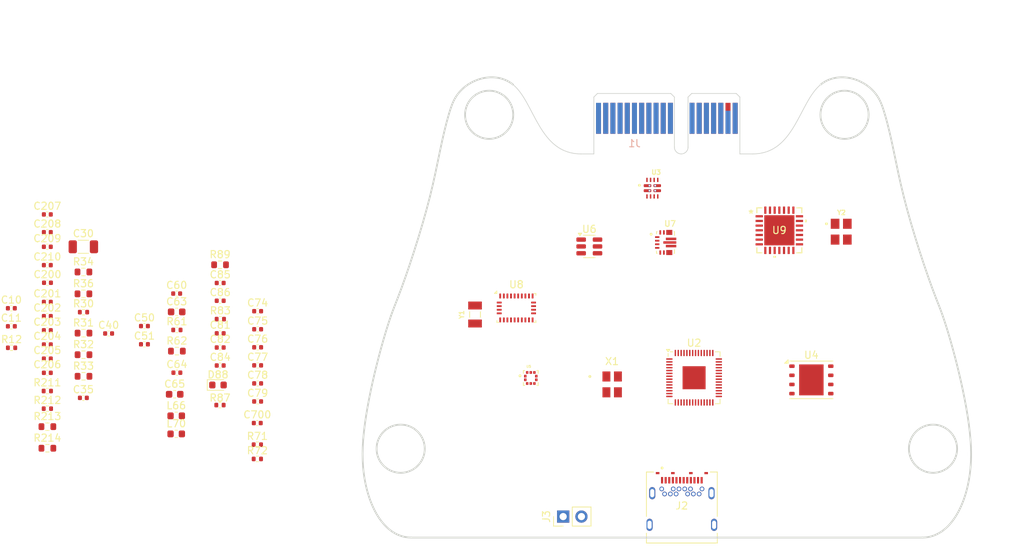
<source format=kicad_pcb>
(kicad_pcb (version 20240108) (generator "pcbnew") (generator_version "8.0")
  (layers (0 "F.Cu" signal) (31 "B.Cu" signal) (34 "B.Paste" user) (35 "F.Paste" user) (36 "B.SilkS" user "B.Silkscreen") (37 "F.SilkS" user "F.Silkscreen") (38 "B.Mask" user) (39 "F.Mask" user) (44 "Edge.Cuts" user))
  (net 0 "")
  (net 1 "CANL")
  (net 8 "CANH")
  (net 10 "CANINT")
  (net 12 "VBM")
  (net 16 "/XIN")
  (net 21 "Net-(U8-XOUT32)")
  (net 22 "BMPINT")
  (net 25 "Net-(U8-CAP)")
  (net 26 "BNORESET")
  (net 29 "BNOINT")
  (net 30 "Net-(U8-XIN32)")
  (net 33 "Net-(D88-A)")
  (net 38 "CS")
  (net 39 "CANSTBY")
  (net 40 "+3V3")
  (net 41 "SDA")
  (net 44 "GND")
  (net 46 "SCL")
  (net 48 "Net-(U2-USB_DP)")
  (net 50 "+1V1")
  (net 51 "UDB_D+")
  (net 53 "VBUS")
  (net 56 "Net-(C11-Pad1)")
  (net 61 "SI")
  (net 63 "SCK")
  (net 65 "SO")
  (net 66 "UDB_D-")
  (net 70 "/XOUT")
  (net 79 "/USB_D+")
  (net 80 "BOOT_LOAD")
  (net 85 "Net-(U3-ILIM)")
  (net 86 "Net-(U3-OV2)")
  (net 88 "vpre")
  (net 89 "Net-(U3-OV1)")
  (net 102 "tx")
  (net 104 "/QSPI_SS")
  (net 105 "/QSPI_SCLK")
  (net 106 "/QSPI_SD1")
  (net 107 "/QSPI_SD0")
  (net 108 "/QSPI_SD3")
  (net 109 "/QSPI_SD2")
  (net 110 "/~{USB_BOOT_S}")
  (net 111 "/USB_D-")
  (net 112 "Net-(U2-USB_DM)")
  (net 113 "Net-(U3-SS)")
  (net 114 "Net-(U6-FB)")
  (net 115 "+3.3V")
  (net 116 "Net-(U6-CB)")
  (net 117 "Net-(D88-K)")
  (net 122 "CANRESET")
  (net 124 "rx")
  (net 129 "Net-(U6-SW)")
  (net 130 "+5V")
  (net 131 "Net-(U7-L2)")
  (net 132 "Net-(U7-PG)")
  (net 133 "Net-(U7-L1)")
  (net 134 "Net-(U7-VAUX)")
  (net 135 "Net-(U7-EN)")
  (net 137 "Net-(Y2-Pad2)")
  (footprint "Capacitor_SMD:C_0402_1005Metric" (layer "F.Cu") (at 60.295 93.61)
    (property "Reference" "C203" (at 0 -1.16 0) (layer "F.SilkS"))
    (property "Value" "100n")
    (pad "1" smd roundrect (at -0.48 0) (size 0.56 0.62) (layers "F.Cu" "F.Paste" "F.Mask") (net 40 "+3V3"))
    (pad "2" smd roundrect (at 0.48 0) (size 0.56 0.62) (layers "F.Cu" "F.Paste" "F.Mask") (net 44 "GND"))
  )
  (footprint "Package_SON:WSON-8-1EP_6x5mm_P1.27mm_EP3.4x4.3mm" (layer "F.Cu") (at 166.5 100.5)
    (property "Reference" "U4" (at 0 -3.45 0) (layer "F.SilkS"))
    (property "Value" "W25Q128JVP")
    (pad "1" smd roundrect (at -2.7 -1.905) (size 0.75 0.5) (layers "F.Cu" "F.Paste" "F.Mask") (net 104 "/QSPI_SS"))
    (pad "2" smd roundrect (at -2.7 -0.635) (size 0.75 0.5) (layers "F.Cu" "F.Paste" "F.Mask") (net 106 "/QSPI_SD1"))
    (pad "3" smd roundrect (at -2.7 0.635) (size 0.75 0.5) (layers "F.Cu" "F.Paste" "F.Mask") (net 109 "/QSPI_SD2"))
    (pad "4" smd roundrect (at -2.7 1.905) (size 0.75 0.5) (layers "F.Cu" "F.Paste" "F.Mask") (net 44 "GND"))
    (pad "5" smd roundrect (at 2.7 1.905) (size 0.75 0.5) (layers "F.Cu" "F.Paste" "F.Mask") (net 107 "/QSPI_SD0"))
    (pad "6" smd roundrect (at 2.7 0.635) (size 0.75 0.5) (layers "F.Cu" "F.Paste" "F.Mask") (net 105 "/QSPI_SCLK"))
    (pad "7" smd roundrect (at 2.7 -0.635) (size 0.75 0.5) (layers "F.Cu" "F.Paste" "F.Mask") (net 108 "/QSPI_SD3"))
    (pad "8" smd roundrect (at 2.7 -1.905) (size 0.75 0.5) (layers "F.Cu" "F.Paste" "F.Mask") (net 40 "+3V3"))
    (pad "9" smd rect (at 0 0) (size 3.4 4.3) (property pad_prop_heatsink) (layers "F.Cu" "F.Mask"))
  )
  (footprint "Resistor_SMD:R_0402_1005Metric" (layer "F.Cu") (at 55.325 96.04)
    (property "Reference" "R12" (at 0 -1.17 0) (layer "F.SilkS"))
    (property "Value" "1k")
    (pad "1" smd roundrect (at -0.51 0) (size 0.54 0.64) (layers "F.Cu" "F.Paste" "F.Mask") (net 70 "/XOUT"))
    (pad "2" smd roundrect (at 0.51 0) (size 0.54 0.64) (layers "F.Cu" "F.Paste" "F.Mask") (net 56 "Net-(C11-Pad1)"))
  )
  (footprint "BMP388:PQFN50P200X200X80-10N" (layer "F.Cu") (at 127.5 100.235)
    (property "Reference" "U5" (at -0.284383 -1.605376 0) (layer "F.SilkS") (effects (font (size 0.320434 0.320434) (thickness 0.080109))))
    (property "Value" "BMP388")
    (pad "1" smd roundrect (at -0.765 -0.25) (size 0.35 0.38) (layers "F.Cu" "F.Paste" "F.Mask") (roundrect_rratio 0.045) (net 115 "+3.3V"))
    (pad "2" smd roundrect (at -0.765 0.25) (size 0.35 0.38) (layers "F.Cu" "F.Paste" "F.Mask") (roundrect_rratio 0.045) (net 46 "SCL"))
    (pad "3" smd roundrect (at -0.5 0.765) (size 0.35 0.38) (layers "F.Cu" "F.Paste" "F.Mask") (roundrect_rratio 0.045) (net 44 "GND"))
    (pad "4" smd roundrect (at 0 0.765) (size 0.35 0.38) (layers "F.Cu" "F.Paste" "F.Mask") (roundrect_rratio 0.045) (net 41 "SDA"))
    (pad "5" smd roundrect (at 0.5 0.765) (size 0.35 0.38) (layers "F.Cu" "F.Paste" "F.Mask") (roundrect_rratio 0.045) (net 44 "GND"))
    (pad "6" smd roundrect (at 0.765 0.25) (size 0.35 0.38) (layers "F.Cu" "F.Paste" "F.Mask") (roundrect_rratio 0.045) (net 115 "+3.3V"))
    (pad "7" smd roundrect (at 0.765 -0.25) (size 0.35 0.38) (layers "F.Cu" "F.Paste" "F.Mask") (roundrect_rratio 0.045) (net 22 "BMPINT"))
    (pad "8" smd roundrect (at 0.5 -0.765) (size 0.35 0.38) (layers "F.Cu" "F.Paste" "F.Mask") (roundrect_rratio 0.045) (net 44 "GND"))
    (pad "9" smd roundrect (at 0 -0.765) (size 0.35 0.38) (layers "F.Cu" "F.Paste" "F.Mask") (roundrect_rratio 0.045) (net 44 "GND"))
    (pad "10" smd roundrect (at -0.5 -0.765) (size 0.35 0.38) (layers "F.Cu" "F.Paste" "F.Mask") (roundrect_rratio 0.045) (net 115 "+3.3V"))
  )
  (footprint "Capacitor_SMD:C_0402_1005Metric" (layer "F.Cu") (at 60.295 77.5)
    (property "Reference" "C207" (at 0 -1.16 0) (layer "F.SilkS"))
    (property "Value" "100n")
    (pad "1" smd roundrect (at -0.48 0) (size 0.56 0.62) (layers "F.Cu" "F.Paste" "F.Mask") (net 50 "+1V1"))
    (pad "2" smd roundrect (at 0.48 0) (size 0.56 0.62) (layers "F.Cu" "F.Paste" "F.Mask") (net 44 "GND"))
  )
  (footprint "Capacitor_SMD:C_0402_1005Metric" (layer "F.Cu") (at 60.295 95.58)
    (property "Reference" "C204" (at 0 -1.16 0) (layer "F.SilkS"))
    (property "Value" "100n")
    (pad "1" smd roundrect (at -0.48 0) (size 0.56 0.62) (layers "F.Cu" "F.Paste" "F.Mask") (net 40 "+3V3"))
    (pad "2" smd roundrect (at 0.48 0) (size 0.56 0.62) (layers "F.Cu" "F.Paste" "F.Mask") (net 44 "GND"))
  )
  (footprint "Capacitor_SMD:C_0402_1005Metric" (layer "F.Cu") (at 84.325 98.5)
    (property "Reference" "C84" (at 0 -1.16 0) (layer "F.SilkS"))
    (property "Value" "1u")
    (pad "1" smd roundrect (at -0.48 0) (size 0.56 0.62) (layers "F.Cu" "F.Paste" "F.Mask") (net 44 "GND"))
    (pad "2" smd roundrect (at 0.48 0) (size 0.56 0.62) (layers "F.Cu" "F.Paste" "F.Mask") (net 25 "Net-(U8-CAP)"))
  )
  (footprint "X322516MLB4SI:OSC_X322516MLB4SI" (layer "F.Cu") (at 170.65 79.9)
    (property "Reference" "Y2" (at 0.032 -2.6564 0) (layer "F.SilkS") (effects (font (size 0.64 0.64))))
    (property "Value" "X322516MLB4SI")
    (pad "1" smd rect (at -0.85 -1.1) (size 1.2 1.4) (layers "F.Cu" "F.Paste" "F.Mask"))
    (pad "2" smd rect (at -0.85 1.1) (size 1.2 1.4) (layers "F.Cu" "F.Paste" "F.Mask") (net 137 "Net-(Y2-Pad2)"))
    (pad "3" smd rect (at 0.85 1.1) (size 1.2 1.4) (layers "F.Cu" "F.Paste" "F.Mask"))
    (pad "4" smd rect (at 0.85 -1.1) (size 1.2 1.4) (layers "F.Cu" "F.Paste" "F.Mask") (net 137 "Net-(Y2-Pad2)"))
  )
  (footprint "Capacitor_SMD:C_0402_1005Metric" (layer "F.Cu") (at 89.53 93.46)
    (property "Reference" "C75" (at 0 -1.16 0) (layer "F.SilkS"))
    (property "Value" "10uF")
    (pad "1" smd roundrect (at -0.48 0) (size 0.56 0.62) (layers "F.Cu" "F.Paste" "F.Mask") (net 88 "vpre"))
    (pad "2" smd roundrect (at 0.48 0) (size 0.56 0.62) (layers "F.Cu" "F.Paste" "F.Mask") (net 44 "GND"))
  )
  (footprint "TPS2121RUXR:IC_TPS2121RUXR" (layer "F.Cu") (at 144.4 73.85)
    (property "Reference" "U3" (at 0.532 -2.2064 0) (layer "F.SilkS") (effects (font (size 0.64 0.64))))
    (property "Value" "TPS2121RUXR")
    (pad "1" smd roundrect (at -0.675 -0.35) (size 1.05 0.4) (layers "F.Cu" "F.Paste") (net 88 "vpre"))
    (pad "1_1" thru_hole circle (at -0.4 -0.35) (size 0.3 0.3) (drill 0.2) (layers "*.Cu") (net 88 "vpre"))
    (pad "2" smd roundrect (at -0.675 0.35) (size 1.05 0.4) (layers "F.Cu" "F.Paste") (net 12 "VBM"))
    (pad "2_1" thru_hole circle (at -0.4 0.35) (size 0.3 0.3) (drill 0.2) (layers "*.Cu") (net 12 "VBM"))
    (pad "3" smd roundrect (at -0.75 1.15) (size 0.2 0.6) (layers "F.Cu" "F.Paste") (net 44 "GND"))
    (pad "4" smd roundrect (at -0.25 1.15) (size 0.2 0.6) (layers "F.Cu" "F.Paste") (net 86 "Net-(U3-OV2)"))
    (pad "5" smd roundrect (at 0.25 1.15) (size 0.2 0.6) (layers "F.Cu" "F.Paste") (net 89 "Net-(U3-OV1)"))
    (pad "6" smd roundrect (at 0.75 1.15) (size 0.2 0.6) (layers "F.Cu" "F.Paste") (net 44 "GND"))
    (pad "7" smd roundrect (at 0.675 0.35) (size 1.05 0.4) (layers "F.Cu" "F.Paste") (net 53 "VBUS"))
    (pad "7_1" thru_hole circle (at 0.4 0.35) (size 0.3 0.3) (drill 0.2) (layers "*.Cu") (net 53 "VBUS"))
    (pad "8" smd roundrect (at 0.675 -0.35) (size 1.05 0.4) (layers "F.Cu" "F.Paste") (net 88 "vpre"))
    (pad "8_1" thru_hole circle (at 0.4 -0.35) (size 0.3 0.3) (drill 0.2) (layers "*.Cu") (net 88 "vpre"))
    (pad "9" smd roundrect (at 0.75 -1.15) (size 0.2 0.6) (layers "F.Cu" "F.Paste") (net 44 "GND"))
    (pad "10" smd roundrect (at 0.25 -1.15) (size 0.2 0.6) (layers "F.Cu" "F.Paste") (net 85 "Net-(U3-ILIM)"))
    (pad "11" smd roundrect (at -0.25 -1.15) (size 0.2 0.6) (layers "F.Cu" "F.Paste") (net 113 "Net-(U3-SS)"))
    (pad "12" smd roundrect (at -0.75 -1.15) (size 0.2 0.6) (layers "F.Cu" "F.Paste") (net 44 "GND"))
  )
  (footprint "Capacitor_SMD:C_0402_1005Metric" (layer "F.Cu") (at 60.295 89.67)
    (property "Reference" "C201" (at 0 -1.16 0) (layer "F.SilkS"))
    (property "Value" "100n")
    (pad "1" smd roundrect (at -0.48 0) (size 0.56 0.62) (layers "F.Cu" "F.Paste" "F.Mask") (net 40 "+3V3"))
    (pad "2" smd roundrect (at 0.48 0) (size 0.56 0.62) (layers "F.Cu" "F.Paste" "F.Mask") (net 44 "GND"))
  )
  (footprint "TYPE-C-31-M-04:HRO_TYPE-C-31-M-04" (layer "F.Cu") (at 148.5 114.4475)
    (property "Reference" "J2" (at 0 3.5525 0) (layer "F.SilkS"))
    (property "Value" "TYPE-C-31-M-04")
    (pad "" np_thru_hole circle (at -3.6 0.56) (size 0.675 0.675) (drill 0.675) (layers "*.Cu" "*.Mask"))
    (pad "" np_thru_hole circle (at 3.75 0.56) (size 0.675 0.675) (drill 0.675) (layers "*.Cu" "*.Mask"))
    (pad "A1" smd rect (at -2.75 0) (size 0.3 0.9) (layers "F.Cu" "F.Paste" "F.Mask") (net 44 "GND"))
    (pad "A2" smd rect (at -2.25 0) (size 0.3 0.9) (layers "F.Cu" "F.Paste" "F.Mask"))
    (pad "A3" smd rect (at -1.75 0) (size 0.3 0.9) (layers "F.Cu" "F.Paste" "F.Mask"))
    (pad "A4" smd rect (at -1.25 0) (size 0.3 0.9) (layers "F.Cu" "F.Paste" "F.Mask") (net 53 "VBUS"))
    (pad "A5" smd rect (at -0.75 0) (size 0.3 0.9) (layers "F.Cu" "F.Paste" "F.Mask"))
    (pad "A6" smd rect (at -0.25 0) (size 0.3 0.9) (layers "F.Cu" "F.Paste" "F.Mask") (net 51 "UDB_D+"))
    (pad "A7" smd rect (at 0.25 0) (size 0.3 0.9) (layers "F.Cu" "F.Paste" "F.Mask") (net 66 "UDB_D-"))
    (pad "A8" smd rect (at 0.75 0) (size 0.3 0.9) (layers "F.Cu" "F.Paste" "F.Mask"))
    (pad "A9" smd rect (at 1.25 0) (size 0.3 0.9) (layers "F.Cu" "F.Paste" "F.Mask") (net 53 "VBUS"))
    (pad "A10" smd rect (at 1.75 0) (size 0.3 0.9) (layers "F.Cu" "F.Paste" "F.Mask"))
    (pad "A11" smd rect (at 2.25 0) (size 0.3 0.9) (layers "F.Cu" "F.Paste" "F.Mask"))
    (pad "A12" smd rect (at 2.75 0) (size 0.3 0.9) (layers "F.Cu" "F.Paste" "F.Mask") (net 44 "GND"))
    (pad "B1" thru_hole circle (at 2.8 1.21) (size 0.64 0.64) (drill 0.4) (layers "*.Cu" "*.Mask") (net 44 "GND"))
    (pad "B2" thru_hole circle (at 2.4 1.91) (size 0.64 0.64) (drill 0.4) (layers "*.Cu" "*.Mask"))
    (pad "B3" thru_hole circle (at 1.6 1.91) (size 0.64 0.64) (drill 0.4) (layers "*.Cu" "*.Mask"))
    (pad "B4" thru_hole circle (at 1.2 1.21) (size 0.64 0.64) (drill 0.4) (layers "*.Cu" "*.Mask") (net 53 "VBUS"))
    (pad "B5" thru_hole circle (at 0.8 1.91) (size 0.64 0.64) (drill 0.4) (layers "*.Cu" "*.Mask"))
    (pad "B6" thru_hole circle (at 0.4 1.21) (size 0.64 0.64) (drill 0.4) (layers "*.Cu" "*.Mask") (net 51 "UDB_D+"))
    (pad "B7" thru_hole circle (at -0.4 1.21) (size 0.64 0.64) (drill 0.4) (layers "*.Cu" "*.Mask") (net 66 "UDB_D-"))
    (pad "B8" thru_hole circle (at -0.8 1.91) (size 0.64 0.64) (drill 0.4) (layers "*.Cu" "*.Mask"))
    (pad "B9" thru_hole circle (at -1.2 1.21) (size 0.64 0.64) (drill 0.4) (layers "*.Cu" "*.Mask") (net 53 "VBUS"))
    (pad "B10" thru_hole circle (at -1.6 1.91) (size 0.64 0.64) (drill 0.4) (layers "*.Cu" "*.Mask"))
    (pad "B11" thru_hole circle (at -2.4 1.91) (size 0.64 0.64) (drill 0.4) (layers "*.Cu" "*.Mask"))
    (pad "B12" thru_hole circle (at -2.8 1.21) (size 0.64 0.64) (drill 0.4) (layers "*.Cu" "*.Mask") (net 44 "GND"))
    (pad "S1" smd rect (at -3.37 -0.99) (size 0.5 0.3) (layers "F.Cu" "F.Paste" "F.Mask") (net 44 "GND"))
    (pad "S2" smd rect (at -1.25 -0.99) (size 0.5 0.3) (layers "F.Cu" "F.Paste" "F.Mask") (net 44 "GND"))
    (pad "S3" smd rect (at 1.25 -0.99) (size 0.5 0.3) (layers "F.Cu" "F.Paste" "F.Mask") (net 44 "GND"))
    (pad "S4" smd rect (at 3.38 -0.99) (size 0.5 0.3) (layers "F.Cu" "F.Paste" "F.Mask") (net 44 "GND"))
    (pad "S5" thru_hole oval (at -4.12 1.8) (size 0.85 1.7) (drill oval 0.55 1.15) (layers "*.Cu" "*.Mask") (net 44 "GND"))
    (pad "S6" thru_hole oval (at 4.12 1.8) (size 0.85 1.7) (drill oval 0.55 1.15) (layers "*.Cu" "*.Mask") (net 44 "GND"))
    (pad "S7" thru_hole oval (at -4.49 6.2) (size 0.85 1.7) (drill oval 0.55 1.15) (layers "*.Cu" "*.Mask") (net 44 "GND"))
    (pad "S8" thru_hole oval (at 4.48 6.2) (size 0.85 1.7) (drill oval 0.55 1.15) (layers "*.Cu" "*.Mask") (net 44 "GND"))
  )
  (footprint "Capacitor_SMD:C_0402_1005Metric" (layer "F.Cu") (at 89.53 100.99)
    (property "Reference" "C78" (at 0 -1.16 0) (layer "F.SilkS"))
    (property "Value" "22u")
    (pad "1" smd roundrect (at -0.48 0) (size 0.56 0.62) (layers "F.Cu" "F.Paste" "F.Mask") (net 130 "+5V"))
    (pad "2" smd roundrect (at 0.48 0) (size 0.56 0.62) (layers "F.Cu" "F.Paste" "F.Mask") (net 44 "GND"))
  )
  (footprint "Resistor_SMD:R_0603_1608Metric" (layer "F.Cu") (at 65.325 97)
    (property "Reference" "R32" (at 0 -1.43 0) (layer "F.SilkS"))
    (property "Value" "5k")
    (pad "1" smd roundrect (at -0.825 0) (size 0.8 0.95) (layers "F.Cu" "F.Paste" "F.Mask") (net 89 "Net-(U3-OV1)"))
    (pad "2" smd roundrect (at 0.825 0) (size 0.8 0.95) (layers "F.Cu" "F.Paste" "F.Mask") (net 44 "GND"))
  )
  (footprint "Capacitor_SMD:C_0402_1005Metric" (layer "F.Cu") (at 84.325 89.5)
    (property "Reference" "C86" (at 0 -1.16 0) (layer "F.SilkS"))
    (property "Value" "22p")
    (pad "1" smd roundrect (at -0.48 0) (size 0.56 0.62) (layers "F.Cu" "F.Paste" "F.Mask") (net 44 "GND"))
    (pad "2" smd roundrect (at 0.48 0) (size 0.56 0.62) (layers "F.Cu" "F.Paste" "F.Mask") (net 30 "Net-(U8-XIN32)"))
  )
  (footprint "Resistor_SMD:R_0603_1608Metric" (layer "F.Cu") (at 65.325 94)
    (property "Reference" "R31" (at 0 -1.43 0) (layer "F.SilkS"))
    (property "Value" "23.7k")
    (pad "1" smd roundrect (at -0.825 0) (size 0.8 0.95) (layers "F.Cu" "F.Paste" "F.Mask") (net 53 "VBUS"))
    (pad "2" smd roundrect (at 0.825 0) (size 0.8 0.95) (layers "F.Cu" "F.Paste" "F.Mask") (net 89 "Net-(U3-OV1)"))
  )
  (footprint "Capacitor_SMD:C_0603_1608Metric" (layer "F.Cu") (at 78 102.5)
    (property "Reference" "C65" (at 0 -1.43 0) (layer "F.SilkS"))
    (property "Value" "10uF/25v")
    (pad "1" smd roundrect (at -0.775 0) (size 0.9 0.95) (layers "F.Cu" "F.Paste" "F.Mask") (net 115 "+3.3V"))
    (pad "2" smd roundrect (at 0.775 0) (size 0.9 0.95) (layers "F.Cu" "F.Paste" "F.Mask") (net 44 "GND"))
  )
  (footprint "MCP25625:QFN28_6X6MC_MCH" (layer "F.Cu") (at 162.050001 79.706)
    (property "Reference" "U9" (at 0 0 0) (layer "F.SilkS"))
    (property "Value" "MCP25625T-E/ML")
    (fp_text user "*" (at -3.937 -2.275 0) (layer "F.SilkS"))
    (fp_text user "*" (at -3.937 -2.275 0) (layer "F.SilkS"))
    (pad "1" smd rect (at -2.794 -1.950001 90) (size 0.3048 1.016) (layers "F.Cu" "F.Paste" "F.Mask") (net 38 "CS"))
    (pad "2" smd rect (at -2.794 -1.3 90) (size 0.3048 1.016) (layers "F.Cu" "F.Paste" "F.Mask") (net 122 "CANRESET"))
    (pad "3" smd rect (at -2.794 -0.649999 90) (size 0.3048 1.016) (layers "F.Cu" "F.Paste" "F.Mask") (net 115 "+3.3V"))
    (pad "4" smd rect (at -2.794 0 90) (size 0.3048 1.016) (layers "F.Cu" "F.Paste" "F.Mask") (net 102 "tx"))
    (pad "5" smd rect (at -2.794 0.649999 90) (size 0.3048 1.016) (layers "F.Cu" "F.Paste" "F.Mask") (net 124 "rx"))
    (pad "6" smd rect (at -2.794 1.3 90) (size 0.3048 1.016) (layers "F.Cu" "F.Paste" "F.Mask"))
    (pad "7" smd rect (at -2.794 1.949999 90) (size 0.3048 1.016) (layers "F.Cu" "F.Paste" "F.Mask"))
    (pad "8" smd rect (at -1.950001 2.794) (size 0.3048 1.016) (layers "F.Cu" "F.Paste" "F.Mask"))
    (pad "9" smd rect (at -1.3 2.794) (size 0.3048 1.016) (layers "F.Cu" "F.Paste" "F.Mask"))
    (pad "10" smd rect (at -0.650001 2.794) (size 0.3048 1.016) (layers "F.Cu" "F.Paste" "F.Mask") (net 124 "rx"))
    (pad "11" smd rect (at 0 2.794) (size 0.3048 1.016) (layers "F.Cu" "F.Paste" "F.Mask") (net 115 "+3.3V"))
    (pad "12" smd rect (at 0.649999 2.794) (size 0.3048 1.016) (layers "F.Cu" "F.Paste" "F.Mask") (net 1 "CANL"))
    (pad "13" smd rect (at 1.3 2.794) (size 0.3048 1.016) (layers "F.Cu" "F.Paste" "F.Mask") (net 8 "CANH"))
    (pad "14" smd rect (at 1.949999 2.794) (size 0.3048 1.016) (layers "F.Cu" "F.Paste" "F.Mask"))
    (pad "15" smd rect (at 2.794 1.950001 90) (size 0.3048 1.016) (layers "F.Cu" "F.Paste" "F.Mask") (net 39 "CANSTBY"))
    (pad "16" smd rect (at 2.794 1.3 90) (size 0.3048 1.016) (layers "F.Cu" "F.Paste" "F.Mask") (net 102 "tx"))
    (pad "17" smd rect (at 2.794 0.650001 90) (size 0.3048 1.016) (layers "F.Cu" "F.Paste" "F.Mask"))
    (pad "18" smd rect (at 2.794 0 90) (size 0.3048 1.016) (layers "F.Cu" "F.Paste" "F.Mask") (net 44 "GND"))
    (pad "19" smd rect (at 2.794 -0.649999 90) (size 0.3048 1.016) (layers "F.Cu" "F.Paste" "F.Mask") (net 130 "+5V"))
    (pad "20" smd rect (at 2.794 -1.3 90) (size 0.3048 1.016) (layers "F.Cu" "F.Paste" "F.Mask"))
    (pad "21" smd rect (at 2.794 -1.949999 90) (size 0.3048 1.016) (layers "F.Cu" "F.Paste" "F.Mask"))
    (pad "22" smd rect (at 1.950001 -2.794) (size 0.3048 1.016) (layers "F.Cu" "F.Paste" "F.Mask") (net 44 "GND"))
    (pad "23" smd rect (at 1.3 -2.794) (size 0.3048 1.016) (layers "F.Cu" "F.Paste" "F.Mask"))
    (pad "24" smd rect (at 0.650001 -2.794) (size 0.3048 1.016) (layers "F.Cu" "F.Paste" "F.Mask"))
    (pad "25" smd rect (at 0 -2.794) (size 0.3048 1.016) (layers "F.Cu" "F.Paste" "F.Mask") (net 10 "CANINT"))
    (pad "26" smd rect (at -0.649999 -2.794) (size 0.3048 1.016) (layers "F.Cu" "F.Paste" "F.Mask") (net 63 "SCK"))
    (pad "27" smd rect (at -1.3 -2.794) (size 0.3048 1.016) (layers "F.Cu" "F.Paste" "F.Mask") (net 61 "SI"))
    (pad "28" smd rect (at -1.949999 -2.794) (size 0.3048 1.016) (layers "F.Cu" "F.Paste" "F.Mask") (net 65 "SO"))
    (pad "29" smd rect (at 0 0) (size 4.191 4.191) (layers "F.Cu" "F.Paste" "F.Mask") (net 44 "GND"))
  )
  (footprint "Inductor_SMD:L_0603_1608Metric" (layer "F.Cu") (at 78.2125 108.01)
    (property "Reference" "L70" (at 0 -1.43 0) (layer "F.SilkS"))
    (property "Value" "1.5u")
    (pad "1" smd roundrect (at -0.7875 0) (size 0.875 0.95) (layers "F.Cu" "F.Paste" "F.Mask") (net 133 "Net-(U7-L1)"))
    (pad "2" smd roundrect (at 0.7875 0) (size 0.875 0.95) (layers "F.Cu" "F.Paste" "F.Mask") (net 131 "Net-(U7-L2)"))
  )
  (footprint "Capacitor_SMD:C_0402_1005Metric" (layer "F.Cu") (at 89.53 95.97)
    (property "Reference" "C76" (at 0 -1.16 0) (layer "F.SilkS"))
    (property "Value" "10uF")
    (pad "1" smd roundrect (at -0.48 0) (size 0.56 0.62) (layers "F.Cu" "F.Paste" "F.Mask") (net 88 "vpre"))
    (pad "2" smd roundrect (at 0.48 0) (size 0.56 0.62) (layers "F.Cu" "F.Paste" "F.Mask") (net 44 "GND"))
  )
  (footprint "Capacitor_SMD:C_0402_1005Metric" (layer "F.Cu") (at 55.295 90.54)
    (property "Reference" "C10" (at 0 -1.16 0) (layer "F.SilkS"))
    (property "Value" "15p")
    (pad "1" smd roundrect (at -0.48 0) (size 0.56 0.62) (layers "F.Cu" "F.Paste" "F.Mask") (net 16 "/XIN"))
    (pad "2" smd roundrect (at 0.48 0) (size 0.56 0.62) (layers "F.Cu" "F.Paste" "F.Mask") (net 44 "GND"))
  )
  (footprint "Capacitor_SMD:C_0402_1005Metric" (layer "F.Cu") (at 60.295 99.52)
    (property "Reference" "C206" (at 0 -1.16 0) (layer "F.SilkS"))
    (property "Value" "100n")
    (pad "1" smd roundrect (at -0.48 0) (size 0.56 0.62) (layers "F.Cu" "F.Paste" "F.Mask") (net 40 "+3V3"))
    (pad "2" smd roundrect (at 0.48 0) (size 0.56 0.62) (layers "F.Cu" "F.Paste" "F.Mask") (net 44 "GND"))
  )
  (footprint "LED_SMD:LED_0603_1608Metric" (layer "F.Cu") (at 84.0175 101.21)
    (property "Reference" "D88" (at 0 -1.43 0) (layer "F.SilkS"))
    (property "Value" "LED")
    (pad "1" smd roundrect (at -0.7875 0) (size 0.875 0.95) (layers "F.Cu" "F.Paste" "F.Mask") (net 117 "Net-(D88-K)"))
    (pad "2" smd roundrect (at 0.7875 0) (size 0.875 0.95) (layers "F.Cu" "F.Paste" "F.Mask") (net 33 "Net-(D88-A)"))
  )
  (footprint "Capacitor_SMD:C_0402_1005Metric" (layer "F.Cu") (at 60.295 79.97)
    (property "Reference" "C208" (at 0 -1.16 0) (layer "F.SilkS"))
    (property "Value" "100n")
    (pad "1" smd roundrect (at -0.48 0) (size 0.56 0.62) (layers "F.Cu" "F.Paste" "F.Mask") (net 50 "+1V1"))
    (pad "2" smd roundrect (at 0.48 0) (size 0.56 0.62) (layers "F.Cu" "F.Paste" "F.Mask") (net 44 "GND"))
  )
  (footprint "Capacitor_SMD:C_0402_1005Metric" (layer "F.Cu") (at 84.325 94.03)
    (property "Reference" "C81" (at 0 -1.16 0) (layer "F.SilkS"))
    (property "Value" "100n")
    (pad "1" smd roundrect (at -0.48 0) (size 0.56 0.62) (layers "F.Cu" "F.Paste" "F.Mask") (net 40 "+3V3"))
    (pad "2" smd roundrect (at 0.48 0) (size 0.56 0.62) (layers "F.Cu" "F.Paste" "F.Mask") (net 44 "GND"))
  )
  (footprint "Resistor_SMD:R_0402_1005Metric" (layer "F.Cu") (at 84.295 104)
    (property "Reference" "R87" (at 0 -1 0) (layer "F.SilkS"))
    (property "Value" "10k")
    (pad "1" smd roundrect (at -0.51 0) (size 0.54 0.64) (layers "F.Cu" "F.Paste" "F.Mask") (net 80 "BOOT_LOAD"))
    (pad "2" smd roundrect (at 0.51 0) (size 0.54 0.64) (layers "F.Cu" "F.Paste" "F.Mask") (net 40 "+3V3"))
  )
  (footprint "Resistor_SMD:R_0402_1005Metric" (layer "F.Cu") (at 78.305 93.56)
    (property "Reference" "R61" (at 0 -1.17 0) (layer "F.SilkS"))
    (property "Value" "100k")
    (pad "1" smd roundrect (at -0.51 0) (size 0.54 0.64) (layers "F.Cu" "F.Paste" "F.Mask") (net 115 "+3.3V"))
    (pad "2" smd roundrect (at 0.51 0) (size 0.54 0.64) (layers "F.Cu" "F.Paste" "F.Mask") (net 114 "Net-(U6-FB)"))
  )
  (footprint "Capacitor_SMD:C_1206_3216Metric" (layer "F.Cu") (at 65.305 82)
    (property "Reference" "C30" (at 0 -1.85 0) (layer "F.SilkS"))
    (property "Value" "100u")
    (pad "1" smd roundrect (at -1.475 0) (size 1.15 1.8) (layers "F.Cu" "F.Paste" "F.Mask") (roundrect_rratio 0.217391) (net 88 "vpre"))
    (pad "2" smd roundrect (at 1.475 0) (size 1.15 1.8) (layers "F.Cu" "F.Paste" "F.Mask") (roundrect_rratio 0.217391) (net 44 "GND"))
  )
  (footprint "Capacitor_SMD:C_0402_1005Metric" (layer "F.Cu") (at 55.295 93.05)
    (property "Reference" "C11" (at 0 -1.16 0) (layer "F.SilkS"))
    (property "Value" "15p")
    (pad "1" smd roundrect (at -0.48 0) (size 0.56 0.62) (layers "F.Cu" "F.Paste" "F.Mask") (net 56 "Net-(C11-Pad1)"))
    (pad "2" smd roundrect (at 0.48 0) (size 0.56 0.62) (layers "F.Cu" "F.Paste" "F.Mask") (net 44 "GND"))
  )
  (footprint "Capacitor_SMD:C_0603_1608Metric" (layer "F.Cu") (at 78.275 91.05)
    (property "Reference" "C63" (at 0 -1.43 0) (layer "F.SilkS"))
    (property "Value" "10uF/25v")
    (pad "1" smd roundrect (at -0.775 0) (size 0.9 0.95) (layers "F.Cu" "F.Paste" "F.Mask") (net 115 "+3.3V"))
    (pad "2" smd roundrect (at 0.775 0) (size 0.9 0.95) (layers "F.Cu" "F.Paste" "F.Mask") (net 44 "GND"))
  )
  (footprint "crystal:ABM8-272-T3_ABR" (layer "F.Cu") (at 138.8123 101.127)
    (property "Reference" "X1" (at -0.020001 -3.2 0) (layer "F.SilkS"))
    (property "Value" "ABM8-272-T3")
    (pad "1" smd rect (at -0.800001 -1.1) (size 1.1 1.4) (layers "F.Cu" "F.Paste" "F.Mask") (net 16 "/XIN"))
    (pad "2" smd rect (at -0.800001 1.1) (size 1.1 1.4) (layers "F.Cu" "F.Paste" "F.Mask") (net 44 "GND"))
    (pad "3" smd rect (at 0.800001 1.1) (size 1.1 1.4) (layers "F.Cu" "F.Paste" "F.Mask") (net 56 "Net-(C11-Pad1)"))
    (pad "4" smd rect (at 0.800001 -1.1) (size 1.1 1.4) (layers "F.Cu" "F.Paste" "F.Mask") (net 44 "GND"))
  )
  (footprint "Connector_PinHeader_2.54mm:PinHeader_1x02_P2.54mm_Vertical" (layer "F.Cu") (at 132 119.5 90)
    (property "Reference" "J3" (at 0 -2.33 90) (layer "F.SilkS"))
    (property "Value" "Conn_01x02")
    (pad "1" thru_hole rect (at 0 0 90) (size 1.7 1.7) (drill 1) (layers "*.Cu" "*.Mask") (net 110 "/~{USB_BOOT_S}"))
    (pad "2" thru_hole oval (at 0 2.54 90) (size 1.7 1.7) (drill 1) (layers "*.Cu" "*.Mask") (net 44 "GND"))
  )
  (footprint "Capacitor_SMD:C_0402_1005Metric" (layer "F.Cu") (at 84.325 96)
    (property "Reference" "C82" (at 0 -1.16 0) (layer "F.SilkS"))
    (property "Value" "100n")
    (pad "1" smd roundrect (at -0.48 0) (size 0.56 0.62) (layers "F.Cu" "F.Paste" "F.Mask") (net 44 "GND"))
    (pad "2" smd roundrect (at 0.48 0) (size 0.56 0.62) (layers "F.Cu" "F.Paste" "F.Mask") (net 40 "+3V3"))
  )
  (footprint "Resistor_SMD:R_0603_1608Metric" (layer "F.Cu") (at 60.305 107)
    (property "Reference" "R213" (at 0 -1.43 0) (layer "F.SilkS"))
    (property "Value" "27")
    (pad "1" smd roundrect (at -0.825 0) (size 0.8 0.95) (layers "F.Cu" "F.Paste" "F.Mask") (net 79 "/USB_D+"))
    (pad "2" smd roundrect (at 0.825 0) (size 0.8 0.95) (layers "F.Cu" "F.Paste" "F.Mask") (net 48 "Net-(U2-USB_DP)"))
  )
  (footprint "Capacitor_SMD:C_0402_1005Metric" (layer "F.Cu") (at 60.295 84.55)
    (property "Reference" "C210" (at 0 -1.16 0) (layer "F.SilkS"))
    (property "Value" "1u")
    (pad "1" smd roundrect (at -0.48 0) (size 0.56 0.62) (layers "F.Cu" "F.Paste" "F.Mask") (net 40 "+3V3"))
    (pad "2" smd roundrect (at 0.48 0) (size 0.56 0.62) (layers "F.Cu" "F.Paste" "F.Mask") (net 44 "GND"))
  )
  (footprint "Resistor_SMD:R_0603_1608Metric" (layer "F.Cu") (at 60.305 110)
    (property "Reference" "R214" (at 0 -1.43 0) (layer "F.SilkS"))
    (property "Value" "27")
    (pad "1" smd roundrect (at -0.825 0) (size 0.8 0.95) (layers "F.Cu" "F.Paste" "F.Mask") (net 111 "/USB_D-"))
    (pad "2" smd roundrect (at 0.825 0) (size 0.8 0.95) (layers "F.Cu" "F.Paste" "F.Mask") (net 112 "Net-(U2-USB_DM)"))
  )
  (footprint "Resistor_SMD:R_0402_1005Metric" (layer "F.Cu") (at 60.305 104.5)
    (property "Reference" "R212" (at 0 -1.17 0) (layer "F.SilkS"))
    (property "Value" "4.7k")
    (pad "1" smd roundrect (at -0.51 0) (size 0.54 0.64) (layers "F.Cu" "F.Paste" "F.Mask") (net 46 "SCL"))
    (pad "2" smd roundrect (at 0.51 0) (size 0.54 0.64) (layers "F.Cu" "F.Paste" "F.Mask") (net 40 "+3V3"))
  )
  (footprint "Capacitor_SMD:C_0402_1005Metric" (layer "F.Cu") (at 84.325 87.03)
    (property "Reference" "C85" (at 0 -1.16 0) (layer "F.SilkS"))
    (property "Value" "22p")
    (pad "1" smd roundrect (at -0.48 0) (size 0.56 0.62) (layers "F.Cu" "F.Paste" "F.Mask") (net 21 "Net-(U8-XOUT32)"))
    (pad "2" smd roundrect (at 0.48 0) (size 0.56 0.62) (layers "F.Cu" "F.Paste" "F.Mask") (net 44 "GND"))
  )
  (footprint "Resistor_SMD:R_0402_1005Metric" (layer "F.Cu") (at 89.49 111.49)
    (property "Reference" "R72" (at 0 -1.17 0) (layer "F.SilkS"))
    (property "Value" "100k")
    (pad "1" smd roundrect (at -0.51 0) (size 0.54 0.64) (layers "F.Cu" "F.Paste" "F.Mask") (net 132 "Net-(U7-PG)"))
    (pad "2" smd roundrect (at 0.51 0) (size 0.54 0.64) (layers "F.Cu" "F.Paste" "F.Mask") (net 130 "+5V"))
  )
  (footprint "Package_LGA:LGA-28_5.2x3.8mm_P0.5mm" (layer "F.Cu") (at 125.5 90.5)
    (property "Reference" "U8" (at 0 -3.25 0) (layer "F.SilkS"))
    (property "Value" "BNO055")
    (pad "1" smd rect (at -2.25 -1.6625) (size 0.254 0.675) (layers "F.Cu" "F.Paste" "F.Mask"))
    (pad "2" smd rect (at -2.3875 -0.75 90) (size 0.254 0.675) (layers "F.Cu" "F.Paste" "F.Mask") (net 44 "GND"))
    (pad "3" smd rect (at -2.3875 -0.25 90) (size 0.254 0.675) (layers "F.Cu" "F.Paste" "F.Mask") (net 40 "+3V3"))
    (pad "4" smd rect (at -2.3875 0.25 90) (size 0.254 0.675) (layers "F.Cu" "F.Paste" "F.Mask") (net 80 "BOOT_LOAD"))
    (pad "5" smd rect (at -2.3875 0.75 90) (size 0.254 0.675) (layers "F.Cu" "F.Paste" "F.Mask") (net 44 "GND"))
    (pad "6" smd rect (at -2.25 1.6625) (size 0.254 0.675) (layers "F.Cu" "F.Paste" "F.Mask") (net 44 "GND"))
    (pad "7" smd rect (at -1.75 1.6625) (size 0.254 0.675) (layers "F.Cu" "F.Paste" "F.Mask"))
    (pad "8" smd rect (at -1.25 1.6625) (size 0.254 0.675) (layers "F.Cu" "F.Paste" "F.Mask"))
    (pad "9" smd rect (at -0.75 1.6625) (size 0.254 0.675) (layers "F.Cu" "F.Paste" "F.Mask") (net 25 "Net-(U8-CAP)"))
    (pad "10" smd rect (at -0.25 1.6625) (size 0.254 0.675) (layers "F.Cu" "F.Paste" "F.Mask") (net 33 "Net-(D88-A)"))
    (pad "11" smd rect (at 0.25 1.6625) (size 0.254 0.675) (layers "F.Cu" "F.Paste" "F.Mask") (net 26 "BNORESET"))
    (pad "12" smd rect (at 0.75 1.6625) (size 0.254 0.675) (layers "F.Cu" "F.Paste" "F.Mask"))
    (pad "13" smd rect (at 1.25 1.6625) (size 0.254 0.675) (layers "F.Cu" "F.Paste" "F.Mask"))
    (pad "14" smd rect (at 1.75 1.6625) (size 0.254 0.675) (layers "F.Cu" "F.Paste" "F.Mask") (net 29 "BNOINT"))
    (pad "15" smd rect (at 2.25 1.6625) (size 0.254 0.675) (layers "F.Cu" "F.Paste" "F.Mask") (net 44 "GND"))
    (pad "16" smd rect (at 2.3875 0.75 90) (size 0.254 0.675) (layers "F.Cu" "F.Paste" "F.Mask") (net 44 "GND"))
    (pad "17" smd rect (at 2.3875 0.25 90) (size 0.254 0.675) (layers "F.Cu" "F.Paste" "F.Mask") (net 44 "GND"))
    (pad "18" smd rect (at 2.3875 -0.25 90) (size 0.254 0.675) (layers "F.Cu" "F.Paste" "F.Mask") (net 44 "GND"))
    (pad "19" smd rect (at 2.3875 -0.75 90) (size 0.254 0.675) (layers "F.Cu" "F.Paste" "F.Mask") (net 46 "SCL"))
    (pad "20" smd rect (at 2.25 -1.6625) (size 0.254 0.675) (layers "F.Cu" "F.Paste" "F.Mask") (net 41 "SDA"))
    (pad "21" smd rect (at 1.75 -1.6625) (size 0.254 0.675) (layers "F.Cu" "F.Paste" "F.Mask"))
    (pad "22" smd rect (at 1.25 -1.6625) (size 0.254 0.675) (layers "F.Cu" "F.Paste" "F.Mask"))
    (pad "23" smd rect (at 0.75 -1.6625) (size 0.254 0.675) (layers "F.Cu" "F.Paste" "F.Mask"))
    (pad "24" smd rect (at 0.25 -1.6625) (size 0.254 0.675) (layers "F.Cu" "F.Paste" "F.Mask"))
    (pad "25" smd rect (at -0.25 -1.6625) (size 0.254 0.675) (layers "F.Cu" "F.Paste" "F.Mask") (net 44 "GND"))
    (pad "26" smd rect (at -0.75 -1.6625) (size 0.254 0.675) (layers "F.Cu" "F.Paste" "F.Mask") (net 21 "Net-(U8-XOUT32)"))
    (pad "27" smd rect (at -1.25 -1.6625) (size 0.254 0.675) (layers "F.Cu" "F.Paste" "F.Mask") (net 30 "Net-(U8-XIN32)"))
    (pad "28" smd rect (at -1.75 -1.6625) (size 0.254 0.675) (layers "F.Cu" "F.Paste" "F.Mask") (net 40 "+3V3"))
  )
  (footprint "ABS07-32.768KHZ-T:XTAL_ABS07-32.768KHZ-T" (layer "F.Cu") (at 119.75 91.4125 90)
    (property "Reference" "Y1" (at -0.018 -1.8564 90) (layer "F.SilkS") (effects (font (size 0.64 0.64))))
    (property "Value" "ABS07-32.768KHZ-T")
    (pad "1" smd rect (at -1.25 0 90) (size 1.1 1.9) (layers "F.Cu" "F.Paste" "F.Mask") (net 21 "Net-(U8-XOUT32)"))
    (pad "2" smd rect (at 1.25 0 90) (size 1.1 1.9) (layers "F.Cu" "F.Paste" "F.Mask") (net 30 "Net-(U8-XIN32)"))
  )
  (footprint "Capacitor_SMD:C_0402_1005Metric" (layer "F.Cu") (at 60.295 97.55)
    (property "Reference" "C205" (at 0 -1.16 0) (layer "F.SilkS"))
    (property "Value" "100n")
    (pad "1" smd roundrect (at -0.48 0) (size 0.56 0.62) (layers "F.Cu" "F.Paste" "F.Mask") (net 40 "+3V3"))
    (pad "2" smd roundrect (at 0.48 0) (size 0.56 0.62) (layers "F.Cu" "F.Paste" "F.Mask") (net 44 "GND"))
  )
  (footprint "Package_DFN_QFN:QFN-56-1EP_7x7mm_P0.4mm_EP3.2x3.2mm" (layer "F.Cu") (at 150.2 100.2)
    (property "Reference" "U2" (at 0 -4.83 0) (layer "F.SilkS"))
    (property "Value" "RP2040")
    (pad "1" smd roundrect (at -3.4375 -2.6) (size 0.875 0.2) (layers "F.Cu" "F.Paste" "F.Mask") (net 40 "+3V3"))
    (pad "2" smd roundrect (at -3.4375 -2.2) (size 0.875 0.2) (layers "F.Cu" "F.Paste" "F.Mask") (net 41 "SDA"))
    (pad "3" smd roundrect (at -3.4375 -1.8) (size 0.875 0.2) (layers "F.Cu" "F.Paste" "F.Mask") (net 46 "SCL"))
    (pad "4" smd roundrect (at -3.4375 -1.4) (size 0.875 0.2) (layers "F.Cu" "F.Paste" "F.Mask"))
    (pad "5" smd roundrect (at -3.4375 -1) (size 0.875 0.2) (layers "F.Cu" "F.Paste" "F.Mask") (net 22 "BMPINT"))
    (pad "6" smd roundrect (at -3.4375 -0.6) (size 0.875 0.2) (layers "F.Cu" "F.Paste" "F.Mask"))
    (pad "7" smd roundrect (at -3.4375 -0.2) (size 0.875 0.2) (layers "F.Cu" "F.Paste" "F.Mask"))
    (pad "8" smd roundrect (at -3.4375 0.2) (size 0.875 0.2) (layers "F.Cu" "F.Paste" "F.Mask") (net 29 "BNOINT"))
    (pad "9" smd roundrect (at -3.4375 0.6) (size 0.875 0.2) (layers "F.Cu" "F.Paste" "F.Mask") (net 26 "BNORESET"))
    (pad "10" smd roundrect (at -3.4375 1) (size 0.875 0.2) (layers "F.Cu" "F.Paste" "F.Mask") (net 40 "+3V3"))
    (pad "11" smd roundrect (at -3.4375 1.4) (size 0.875 0.2) (layers "F.Cu" "F.Paste" "F.Mask") (net 80 "BOOT_LOAD"))
    (pad "12" smd roundrect (at -3.4375 1.8) (size 0.875 0.2) (layers "F.Cu" "F.Paste" "F.Mask"))
    (pad "13" smd roundrect (at -3.4375 2.2) (size 0.875 0.2) (layers "F.Cu" "F.Paste" "F.Mask"))
    (pad "14" smd roundrect (at -3.4375 2.6) (size 0.875 0.2) (layers "F.Cu" "F.Paste" "F.Mask") (net 61 "SI"))
    (pad "15" smd roundrect (at -2.6 3.4375) (size 0.2 0.875) (layers "F.Cu" "F.Paste" "F.Mask") (net 65 "SO"))
    (pad "16" smd roundrect (at -2.2 3.4375) (size 0.2 0.875) (layers "F.Cu" "F.Paste" "F.Mask") (net 38 "CS"))
    (pad "17" smd roundrect (at -1.8 3.4375) (size 0.2 0.875) (layers "F.Cu" "F.Paste" "F.Mask") (net 63 "SCK"))
    (pad "18" smd roundrect (at -1.4 3.4375) (size 0.2 0.875) (layers "F.Cu" "F.Paste" "F.Mask"))
    (pad "19" smd roundrect (at -1 3.4375) (size 0.2 0.875) (layers "F.Cu" "F.Paste" "F.Mask"))
    (pad "20" smd roundrect (at -0.6 3.4375) (size 0.2 0.875) (layers "F.Cu" "F.Paste" "F.Mask") (net 16 "/XIN"))
    (pad "21" smd roundrect (at -0.2 3.4375) (size 0.2 0.875) (layers "F.Cu" "F.Paste" "F.Mask") (net 70 "/XOUT"))
    (pad "22" smd roundrect (at 0.2 3.4375) (size 0.2 0.875) (layers "F.Cu" "F.Paste" "F.Mask") (net 40 "+3V3"))
    (pad "23" smd roundrect (at 0.6 3.4375) (size 0.2 0.875) (layers "F.Cu" "F.Paste" "F.Mask") (net 50 "+1V1"))
    (pad "24" smd roundrect (at 1 3.4375) (size 0.2 0.875) (layers "F.Cu" "F.Paste" "F.Mask"))
    (pad "25" smd roundrect (at 1.4 3.4375) (size 0.2 0.875) (layers "F.Cu" "F.Paste" "F.Mask"))
    (pad "26" smd roundrect (at 1.8 3.4375) (size 0.2 0.875) (layers "F.Cu" "F.Paste" "F.Mask"))
    (pad "27" smd roundrect (at 2.2 3.4375) (size 0.2 0.875) (layers "F.Cu" "F.Paste" "F.Mask") (net 39 "CANSTBY"))
    (pad "28" smd roundrect (at 2.6 3.4375) (size 0.2 0.875) (layers "F.Cu" "F.Paste" "F.Mask") (net 10 "CANINT"))
    (pad "29" smd roundrect (at 3.4375 2.6) (size 0.875 0.2) (layers "F.Cu" "F.Paste" "F.Mask"))
    (pad "30" smd roundrect (at 3.4375 2.2) (size 0.875 0.2) (layers "F.Cu" "F.Paste" "F.Mask"))
    (pad "31" smd roundrect (at 3.4375 1.8) (size 0.875 0.2) (layers "F.Cu" "F.Paste" "F.Mask"))
    (pad "32" smd roundrect (at 3.4375 1.4) (size 0.875 0.2) (layers "F.Cu" "F.Paste" "F.Mask"))
    (pad "33" smd roundrect (at 3.4375 1) (size 0.875 0.2) (layers "F.Cu" "F.Paste" "F.Mask") (net 40 "+3V3"))
    (pad "34" smd roundrect (at 3.4375 0.6) (size 0.875 0.2) (layers "F.Cu" "F.Paste" "F.Mask"))
    (pad "35" smd roundrect (at 3.4375 0.2) (size 0.875 0.2) (layers "F.Cu" "F.Paste" "F.Mask"))
    (pad "36" smd roundrect (at 3.4375 -0.2) (size 0.875 0.2) (layers "F.Cu" "F.Paste" "F.Mask"))
    (pad "37" smd roundrect (at 3.4375 -0.6) (size 0.875 0.2) (layers "F.Cu" "F.Paste" "F.Mask"))
    (pad "38" smd roundrect (at 3.4375 -1) (size 0.875 0.2) (layers "F.Cu" "F.Paste" "F.Mask"))
    (pad "39" smd roundrect (at 3.4375 -1.4) (size 0.875 0.2) (layers "F.Cu" "F.Paste" "F.Mask"))
    (pad "40" smd roundrect (at 3.4375 -1.8) (size 0.875 0.2) (layers "F.Cu" "F.Paste" "F.Mask"))
    (pad "41" smd roundrect (at 3.4375 -2.2) (size 0.875 0.2) (layers "F.Cu" "F.Paste" "F.Mask"))
    (pad "42" smd roundrect (at 3.4375 -2.6) (size 0.875 0.2) (layers "F.Cu" "F.Paste" "F.Mask") (net 40 "+3V3"))
    (pad "43" smd roundrect (at 2.6 -3.4375) (size 0.2 0.875) (layers "F.Cu" "F.Paste" "F.Mask") (net 40 "+3V3"))
    (pad "44" smd roundrect (at 2.2 -3.4375) (size 0.2 0.875) (layers "F.Cu" "F.Paste" "F.Mask") (net 40 "+3V3"))
    (pad "45" smd roundrect (at 1.8 -3.4375) (size 0.2 0.875) (layers "F.Cu" "F.Paste" "F.Mask") (net 50 "+1V1"))
    (pad "46" smd roundrect (at 1.4 -3.4375) (size 0.2 0.875) (layers "F.Cu" "F.Paste" "F.Mask") (net 112 "Net-(U2-USB_DM)"))
    (pad "47" smd roundrect (at 1 -3.4375) (size 0.2 0.875) (layers "F.Cu" "F.Paste" "F.Mask") (net 48 "Net-(U2-USB_DP)"))
    (pad "48" smd roundrect (at 0.6 -3.4375) (size 0.2 0.875) (layers "F.Cu" "F.Paste" "F.Mask") (net 40 "+3V3"))
    (pad "49" smd roundrect (at 0.2 -3.4375) (size 0.2 0.875) (layers "F.Cu" "F.Paste" "F.Mask") (net 40 "+3V3"))
    (pad "50" smd roundrect (at -0.2 -3.4375) (size 0.2 0.875) (layers "F.Cu" "F.Paste" "F.Mask") (net 50 "+1V1"))
    (pad "51" smd roundrect (at -0.6 -3.4375) (size 0.2 0.875) (layers "F.Cu" "F.Paste" "F.Mask"))
    (pad "52" smd roundrect (at -1 -3.4375) (size 0.2 0.875) (layers "F.Cu" "F.Paste" "F.Mask") (net 105 "/QSPI_SCLK"))
    (pad "53" smd roundrect (at -1.4 -3.4375) (size 0.2 0.875) (layers "F.Cu" "F.Paste" "F.Mask"))
    (pad "54" smd roundrect (at -1.8 -3.4375) (size 0.2 0.875) (layers "F.Cu" "F.Paste" "F.Mask"))
    (pad "55" smd roundrect (at -2.2 -3.4375) (size 0.2 0.875) (layers "F.Cu" "F.Paste" "F.Mask"))
    (pad "56" smd roundrect (at -2.6 -3.4375) (size 0.2 0.875) (layers "F.Cu" "F.Paste" "F.Mask") (net 104 "/QSPI_SS"))
    (pad "57" smd rect (at 0 0) (size 3.2 3.2) (property pad_prop_heatsink) (layers "F.Cu" "F.Mask") (net 44 "GND"))
  )
  (footprint "Capacitor_SMD:C_0402_1005Metric" (layer "F.Cu") (at 65.305 103)
    (property "Reference" "C35" (at 0 -1.16 0) (layer "F.SilkS"))
    (property "Value" "0.01u")
    (pad "1" smd roundrect (at -0.48 0) (size 0.56 0.62) (layers "F.Cu" "F.Paste" "F.Mask") (net 113 "Net-(U3-SS)"))
    (pad "2" smd roundrect (at 0.48 0) (size 0.56 0.62) (layers "F.Cu" "F.Paste" "F.Mask") (net 44 "GND"))
  )
  (footprint "Capacitor_SMD:C_0402_1005Metric" (layer "F.Cu") (at 89.53 90.95)
    (property "Reference" "C74" (at 0 -1.16 0) (layer "F.SilkS"))
    (property "Value" "10uF")
    (pad "1" smd roundrect (at -0.48 0) (size 0.56 0.62) (layers "F.Cu" "F.Paste" "F.Mask") (net 88 "vpre"))
    (pad "2" smd roundrect (at 0.48 0) (size 0.56 0.62) (layers "F.Cu" "F.Paste" "F.Mask") (net 44 "GND"))
  )
  (footprint "Inductor_SMD:L_0603_1608Metric" (layer "F.Cu") (at 78.2125 105.5)
    (property "Reference" "L66" (at 0 -1.43 0) (layer "F.SilkS"))
    (property "Value" "2.2u")
    (pad "1" smd roundrect (at -0.7875 0) (size 0.875 0.95) (layers "F.Cu" "F.Paste" "F.Mask") (net 129 "Net-(U6-SW)"))
    (pad "2" smd roundrect (at 0.7875 0) (size 0.875 0.95) (layers "F.Cu" "F.Paste" "F.Mask") (net 115 "+3.3V"))
  )
  (footprint "Capacitor_SMD:C_0402_1005Metric" (layer "F.Cu") (at 89.48 106.5)
    (property "Reference" "C700" (at 0 -1.16 0) (layer "F.SilkS"))
    (property "Value" "10u")
    (pad "1" smd roundrect (at -0.48 0) (size 0.56 0.62) (layers "F.Cu" "F.Paste" "F.Mask") (net 130 "+5V"))
    (pad "2" smd roundrect (at 0.48 0) (size 0.56 0.62) (layers "F.Cu" "F.Paste" "F.Mask") (net 44 "GND"))
  )
  (footprint "Resistor_SMD:R_0402_1005Metric" (layer "F.Cu") (at 89.49 109.5)
    (property "Reference" "R71" (at 0 -1.17 0) (layer "F.SilkS"))
    (property "Value" "10k")
    (pad "1" smd roundrect (at -0.51 0) (size 0.54 0.64) (layers "F.Cu" "F.Paste" "F.Mask") (net 88 "vpre"))
    (pad "2" smd roundrect (at 0.51 0) (size 0.54 0.64) (layers "F.Cu" "F.Paste" "F.Mask") (net 135 "Net-(U7-EN)"))
  )
  (footprint "Capacitor_SMD:C_0402_1005Metric" (layer "F.Cu") (at 78.305 99.5)
    (property "Reference" "C64" (at 0 -1.16 0) (layer "F.SilkS"))
    (property "Value" "2.2u")
    (pad "1" smd roundrect (at -0.48 0) (size 0.56 0.62) (layers "F.Cu" "F.Paste" "F.Mask") (net 88 "vpre"))
    (pad "2" smd roundrect (at 0.48 0) (size 0.56 0.62) (layers "F.Cu" "F.Paste" "F.Mask") (net 44 "GND"))
  )
  (footprint "Capacitor_SMD:C_0402_1005Metric" (layer "F.Cu") (at 73.795 93.02)
    (property "Reference" "C50" (at 0 -1.16 0) (layer "F.SilkS"))
    (property "Value" "100n")
    (pad "1" smd roundrect (at -0.48 0) (size 0.56 0.62) (layers "F.Cu" "F.Paste" "F.Mask") (net 115 "+3.3V"))
    (pad "2" smd roundrect (at 0.48 0) (size 0.56 0.62) (layers "F.Cu" "F.Paste" "F.Mask") (net 44 "GND"))
  )
  (footprint "Resistor_SMD:R_0402_1005Metric" (layer "F.Cu") (at 84.345 92.05)
    (property "Reference" "R83" (at 0 -1.17 0) (layer "F.SilkS"))
    (property "Value" "10k")
    (pad "1" smd roundrect (at -0.51 0) (size 0.54 0.64) (layers "F.Cu" "F.Paste" "F.Mask") (net 26 "BNORESET"))
    (pad "2" smd roundrect (at 0.51 0) (size 0.54 0.64) (layers "F.Cu" "F.Paste" "F.Mask") (net 40 "+3V3"))
  )
  (footprint "Resistor_SMD:R_0402_1005Metric" (layer "F.Cu") (at 65.325 91.08)
    (property "Reference" "R30" (at 0 -1.17 0) (layer "F.SilkS"))
    (property "Value" "1k")
    (pad "1" smd roundrect (at -0.51 0) (size 0.54 0.64) (layers "F.Cu" "F.Paste" "F.Mask") (net 104 "/QSPI_SS"))
    (pad "2" smd roundrect (at 0.51 0) (size 0.54 0.64) (layers "F.Cu" "F.Paste" "F.Mask") (net 110 "/~{USB_BOOT_S}"))
  )
  (footprint "Capacitor_SMD:C_0402_1005Metric" (layer "F.Cu") (at 89.53 98.48)
    (property "Reference" "C77" (at 0 -1.16 0) (layer "F.SilkS"))
    (property "Value" "22u")
    (pad "1" smd roundrect (at -0.48 0) (size 0.56 0.62) (layers "F.Cu" "F.Paste" "F.Mask") (net 130 "+5V"))
    (pad "2" smd roundrect (at 0.48 0) (size 0.56 0.62) (layers "F.Cu" "F.Paste" "F.Mask") (net 44 "GND"))
  )
  (footprint "Capacitor_SMD:C_0402_1005Metric" (layer "F.Cu") (at 68.815 94.05)
    (property "Reference" "C40" (at 0 -1.16 0) (layer "F.SilkS"))
    (property "Value" "100n")
    (pad "1" smd roundrect (at -0.48 0) (size 0.56 0.62) (layers "F.Cu" "F.Paste" "F.Mask") (net 40 "+3V3"))
    (pad "2" smd roundrect (at 0.48 0) (size 0.56 0.62) (layers "F.Cu" "F.Paste" "F.Mask") (net 44 "GND"))
  )
  (footprint "TPS63070RNMR:VREG_TPS63070RNMR" (layer "F.Cu") (at 146.225 81.4)
    (property "Reference" "U7" (at 0.64 -2.608 0) (layer "F.SilkS") (effects (font (size 0.8 0.8))))
    (property "Value" "TPS63070RNMR")
    (pad "1" smd roundrect (at -1.15 -0.75) (size 0.6 0.25) (layers "F.Cu" "F.Paste") (roundrect_rratio 0.025) (net 135 "Net-(U7-EN)"))
    (pad "2" smd roundrect (at -1.15 -0.25) (size 0.6 0.25) (layers "F.Cu" "F.Paste") (roundrect_rratio 0.025) (net 132 "Net-(U7-PG)"))
    (pad "3" smd roundrect (at -1.15 0.25) (size 0.6 0.25) (layers "F.Cu" "F.Paste") (roundrect_rratio 0.025) (net 134 "Net-(U7-VAUX)"))
    (pad "4" smd roundrect (at -1.15 0.75) (size 0.6 0.25) (layers "F.Cu" "F.Paste") (roundrect_rratio 0.025) (net 44 "GND"))
    (pad "5" smd roundrect (at -0.725 1.4) (size 0.25 0.6) (layers "F.Cu" "F.Paste") (roundrect_rratio 0.025) (net 130 "+5V"))
    (pad "6" smd roundrect (at -0.225 1.4) (size 0.25 0.6) (layers "F.Cu" "F.Paste") (roundrect_rratio 0.025) (net 44 "GND"))
    (pad "7_8" smd roundrect (at 0.525 1.4) (size 0.85 0.7) (layers "F.Cu") (roundrect_rratio 0.025) (net 130 "+5V"))
    (pad "9" smd roundrect (at 0.775 0.5) (size 1.45 0.35) (layers "F.Cu") (roundrect_rratio 0.025) (net 131 "Net-(U7-L2)"))
    (pad "10" smd roundrect (at 0.6 0) (size 1.8 0.35) (layers "F.Cu") (roundrect_rratio 0.025) (net 44 "GND"))
    (pad "11" smd roundrect (at 0.775 -0.5) (size 1.45 0.35) (layers "F.Cu") (roundrect_rratio 0.025) (net 133 "Net-(U7-L1)"))
    (pad "12_13" smd roundrect (at 0.525 -1.4) (size 0.85 0.7) (layers "F.Cu") (roundrect_rratio 0.025) (net 88 "vpre"))
    (pad "14" smd roundrect (at -0.225 -1.4) (size 0.25 0.6) (layers "F.Cu" "F.Paste") (roundrect_rratio 0.025) (net 135 "Net-(U7-EN)"))
    (pad "15" smd roundrect (at -0.725 -1.4) (size 0.25 0.6) (layers "F.Cu" "F.Paste") (roundrect_rratio 0.025) (net 44 "GND"))
  )
  (footprint "Capacitor_SMD:C_0402_1005Metric" (layer "F.Cu") (at 78.275 88.5)
    (property "Reference" "C60" (at 0 -1.16 0) (layer "F.SilkS"))
    (property "Value" "100n")
    (pad "1" smd roundrect (at -0.48 0) (size 0.56 0.62) (layers "F.Cu" "F.Paste" "F.Mask") (net 116 "Net-(U6-CB)"))
    (pad "2" smd roundrect (at 0.48 0) (size 0.56 0.62) (layers "F.Cu" "F.Paste" "F.Mask") (net 129 "Net-(U6-SW)"))
  )
  (footprint "Capacitor_SMD:C_0402_1005Metric" (layer "F.Cu") (at 60.295 91.64)
    (property "Reference" "C202" (at 0 -1.16 0) (layer "F.SilkS"))
    (property "Value" "100n")
    (pad "1" smd roundrect (at -0.48 0) (size 0.56 0.62) (layers "F.Cu" "F.Paste" "F.Mask") (net 40 "+3V3"))
    (pad "2" smd roundrect (at 0.48 0) (size 0.56 0.62) (layers "F.Cu" "F.Paste" "F.Mask") (net 44 "GND"))
  )
  (footprint "Resistor_SMD:R_0603_1608Metric" (layer "F.Cu") (at 65.315 85.5)
    (property "Reference" "R34" (at 0 -1.43 0) (layer "F.SilkS"))
    (property "Value" "5k")
    (pad "1" smd roundrect (at -0.825 0) (size 0.8 0.95) (layers "F.Cu" "F.Paste" "F.Mask") (net 86 "Net-(U3-OV2)"))
    (pad "2" smd roundrect (at 0.825 0) (size 0.8 0.95) (layers "F.Cu" "F.Paste" "F.Mask") (net 44 "GND"))
  )
  (footprint "Resistor_SMD:R_0603_1608Metric" (layer "F.Cu") (at 65.315 88.54)
    (property "Reference" "R36" (at 0 -1.43 0) (layer "F.SilkS"))
    (property "Value" "51.1k")
    (pad "1" smd roundrect (at -0.825 0) (size 0.8 0.95) (layers "F.Cu" "F.Paste" "F.Mask") (net 85 "Net-(U3-ILIM)"))
    (pad "2" smd roundrect (at 0.825 0) (size 0.8 0.95) (layers "F.Cu" "F.Paste" "F.Mask") (net 44 "GND"))
  )
  (footprint "Capacitor_SMD:C_0402_1005Metric" (layer "F.Cu") (at 73.795 95.55)
    (property "Reference" "C51" (at 0 -1.16 0) (layer "F.SilkS"))
    (property "Value" "100n")
    (pad "1" smd roundrect (at -0.48 0) (size 0.56 0.62) (layers "F.Cu" "F.Paste" "F.Mask") (net 115 "+3.3V"))
    (pad "2" smd roundrect (at 0.48 0) (size 0.56 0.62) (layers "F.Cu" "F.Paste" "F.Mask") (net 44 "GND"))
  )
  (footprint "Capacitor_SMD:C_0402_1005Metric" (layer "F.Cu") (at 60.315 87)
    (property "Reference" "C200" (at 0 -1.16 0) (layer "F.SilkS"))
    (property "Value" "100n")
    (pad "1" smd roundrect (at -0.48 0) (size 0.56 0.62) (layers "F.Cu" "F.Paste" "F.Mask") (net 40 "+3V3"))
    (pad "2" smd roundrect (at 0.48 0) (size 0.56 0.62) (layers "F.Cu" "F.Paste" "F.Mask") (net 44 "GND"))
  )
  (footprint "Resistor_SMD:R_0402_1005Metric" (layer "F.Cu") (at 60.295 102.05)
    (property "Reference" "R211" (at 0 -1.17 0) (layer "F.SilkS"))
    (property "Value" "4.7k")
    (pad "1" smd roundrect (at -0.51 0) (size 0.54 0.64) (layers "F.Cu" "F.Paste" "F.Mask") (net 40 "+3V3"))
    (pad "2" smd roundrect (at 0.51 0) (size 0.54 0.64) (layers "F.Cu" "F.Paste" "F.Mask") (net 41 "SDA"))
  )
  (footprint "Capacitor_SMD:C_0402_1005Metric" (layer "F.Cu") (at 60.295 82)
    (property "Reference" "C209" (at 0 -1.16 0) (layer "F.SilkS"))
    (property "Value" "1u")
    (pad "1" smd roundrect (at -0.48 0) (size 0.56 0.62) (layers "F.Cu" "F.Paste" "F.Mask") (net 50 "+1V1"))
    (pad "2" smd roundrect (at 0.48 0) (size 0.56 0.62) (layers "F.Cu" "F.Paste" "F.Mask") (net 44 "GND"))
  )
  (footprint "Package_TO_SOT_SMD:SOT-23-6" (layer "F.Cu") (at 135.6375 81.95)
    (property "Reference" "U6" (at 0 -2.4 0) (layer "F.SilkS"))
    (property "Value" "LMR51430 1.1k FPWM")
    (pad "1" smd roundrect (at -1.1375 -0.95) (size 1.325 0.6) (layers "F.Cu" "F.Paste" "F.Mask") (net 44 "GND"))
    (pad "2" smd roundrect (at -1.1375 0) (size 1.325 0.6) (layers "F.Cu" "F.Paste" "F.Mask") (net 129 "Net-(U6-SW)"))
    (pad "3" smd roundrect (at -1.1375 0.95) (size 1.325 0.6) (layers "F.Cu" "F.Paste" "F.Mask") (net 88 "vpre"))
    (pad "4" smd roundrect (at 1.1375 0.95) (size 1.325 0.6) (layers "F.Cu" "F.Paste" "F.Mask") (net 114 "Net-(U6-FB)"))
    (pad "5" smd roundrect (at 1.1375 0) (size 1.325 0.6) (layers "F.Cu" "F.Paste" "F.Mask") (net 88 "vpre"))
    (pad "6" smd roundrect (at 1.1375 -0.95) (size 1.325 0.6) (layers "F.Cu" "F.Paste" "F.Mask") (net 116 "Net-(U6-CB)"))
  )
  (footprint "Resistor_SMD:R_0603_1608Metric" (layer "F.Cu") (at 65.325 100)
    (property "Reference" "R33" (at 0 -1.43 0) (layer "F.SilkS"))
    (property "Value" "23.7k")
    (pad "1" smd roundrect (at -0.825 0) (size 0.8 0.95) (layers "F.Cu" "F.Paste" "F.Mask") (net 12 "VBM"))
    (pad "2" smd roundrect (at 0.825 0) (size 0.8 0.95) (layers "F.Cu" "F.Paste" "F.Mask") (net 86 "Net-(U3-OV2)"))
  )
  (footprint "Capacitor_SMD:C_0402_1005Metric" (layer "F.Cu") (at 89.53 103.5)
    (property "Reference" "C79" (at 0 -1.16 0) (layer "F.SilkS"))
    (property "Value" "22u")
    (pad "1" smd roundrect (at -0.48 0) (size 0.56 0.62) (layers "F.Cu" "F.Paste" "F.Mask") (net 130 "+5V"))
    (pad "2" smd roundrect (at 0.48 0) (size 0.56 0.62) (layers "F.Cu" "F.Paste" "F.Mask") (net 44 "GND"))
  )
  (footprint "Resistor_SMD:R_0603_1608Metric" (layer "F.Cu") (at 84.305 84.5)
    (property "Reference" "R89" (at 0 -1.43 0) (layer "F.SilkS"))
    (property "Value" "150")
    (pad "1" smd roundrect (at -0.825 0) (size 0.8 0.95) (layers "F.Cu" "F.Paste" "F.Mask") (net 117 "Net-(D88-K)"))
    (pad "2" smd roundrect (at 0.825 0) (size 0.8 0.95) (layers "F.Cu" "F.Paste" "F.Mask") (net 44 "GND"))
  )
  (footprint "Resistor_SMD:R_0603_1608Metric" (layer "F.Cu") (at 78.305 96.5)
    (property "Reference" "R62" (at 0 -1.43 0) (layer "F.SilkS"))
    (property "Value" "22.1k")
    (pad "1" smd roundrect (at -0.825 0) (size 0.8 0.95) (layers "F.Cu" "F.Paste" "F.Mask") (net 114 "Net-(U6-FB)"))
    (pad "2" smd roundrect (at 0.825 0) (size 0.8 0.95) (layers "F.Cu" "F.Paste" "F.Mask") (net 44 "GND"))
  )
  (footprint "Connector_PCBEdge:BUS_PCIexpress_x1" (layer "B.Cu") (at 136.913 64.138595)
    (property "Reference" "J1" (at 5 3.5 0) (layer "B.SilkS") (effects (justify mirror)))
    (property "Value" "Bus_PCI_Express_x1")
    (fp_line (start -0.65 -2.95) (end -0.65 4.95) (stroke (width 0.1)) (layer "Edge.Cuts"))
    (fp_line (start -0.15 -3.45) (end -0.65 -2.95) (stroke (width 0.1)) (layer "Edge.Cuts"))
    (fp_line (start 10.05 -3.45) (end -0.15 -3.45) (stroke (width 0.1)) (layer "Edge.Cuts"))
    (fp_line (start 10.05 -3.45) (end 10.55 -2.95) (stroke (width 0.1)) (layer "Edge.Cuts"))
    (fp_line (start 10.55 -2.95) (end 10.55 4) (stroke (width 0.1)) (layer "Edge.Cuts"))
    (fp_line (start 12.45 -2.95) (end 12.45 4) (stroke (width 0.1)) (layer "Edge.Cuts"))
    (fp_line (start 12.95 -3.45) (end 12.45 -2.95) (stroke (width 0.1)) (layer "Edge.Cuts"))
    (fp_line (start 19.15 -3.45) (end 12.95 -3.45) (stroke (width 0.1)) (layer "Edge.Cuts"))
    (fp_line (start 19.15 -3.45) (end 19.65 -2.95) (stroke (width 0.1)) (layer "Edge.Cuts"))
    (fp_line (start 19.65 -2.95) (end 19.65 4.95) (stroke (width 0.1)) (layer "Edge.Cuts"))
    (fp_arc (start 12.45 4) (mid 11.5 4.95) (end 10.55 4) (stroke (width 0.1)) (layer "Edge.Cuts"))
    (pad "A1" connect rect (at 0 0.55) (size 0.7 3.2) (layers "F.Cu" "F.Mask") (net 12 "VBM"))
    (pad "A2" connect rect (at 1 0) (size 0.7 4.3) (layers "F.Cu" "F.Mask") (net 12 "VBM"))
    (pad "A3" connect rect (at 2 0) (size 0.7 4.3) (layers "F.Cu" "F.Mask") (net 12 "VBM"))
    (pad "A4" connect rect (at 3 0) (size 0.7 4.3) (layers "F.Cu" "F.Mask"))
    (pad "A5" connect rect (at 4 0) (size 0.7 4.3) (layers "F.Cu" "F.Mask"))
    (pad "A6" connect rect (at 5 0) (size 0.7 4.3) (layers "F.Cu" "F.Mask"))
    (pad "A7" connect rect (at 6 0) (size 0.7 4.3) (layers "F.Cu" "F.Mask"))
    (pad "A8" connect rect (at 7 0) (size 0.7 4.3) (layers "F.Cu" "F.Mask") (net 1 "CANL"))
    (pad "A9" connect rect (at 8 0) (size 0.7 4.3) (layers "F.Cu" "F.Mask") (net 8 "CANH"))
    (pad "A10" connect rect (at 9 0) (size 0.7 4.3) (layers "F.Cu" "F.Mask"))
    (pad "A11" connect rect (at 10 0) (size 0.7 4.3) (layers "F.Cu" "F.Mask"))
    (pad "A12" connect rect (at 13 0) (size 0.7 4.3) (layers "F.Cu" "F.Mask"))
    (pad "A13" connect rect (at 14 0) (size 0.7 4.3) (layers "F.Cu" "F.Mask"))
    (pad "A14" connect rect (at 15 0) (size 0.7 4.3) (layers "F.Cu" "F.Mask"))
    (pad "A15" connect rect (at 16 0) (size 0.7 4.3) (layers "F.Cu" "F.Mask"))
    (pad "A16" connect rect (at 17 0) (size 0.7 4.3) (layers "F.Cu" "F.Mask") (net 44 "GND"))
    (pad "A17" connect rect (at 18 0) (size 0.7 4.3) (layers "F.Cu" "F.Mask") (net 44 "GND"))
    (pad "A18" connect rect (at 19 0) (size 0.7 4.3) (layers "F.Cu" "F.Mask") (net 44 "GND"))
    (pad "B1" connect rect (at 0 0) (size 0.7 4.3) (layers "B.Cu" "B.Mask") (net 12 "VBM"))
    (pad "B2" connect rect (at 1 0) (size 0.7 4.3) (layers "B.Cu" "B.Mask") (net 12 "VBM"))
    (pad "B3" connect rect (at 2 0) (size 0.7 4.3) (layers "B.Cu" "B.Mask") (net 12 "VBM"))
    (pad "B4" connect rect (at 3 0) (size 0.7 4.3) (layers "B.Cu" "B.Mask"))
    (pad "B5" connect rect (at 4 0) (size 0.7 4.3) (layers "B.Cu" "B.Mask"))
    (pad "B6" connect rect (at 5 0) (size 0.7 4.3) (layers "B.Cu" "B.Mask"))
    (pad "B7" connect rect (at 6 0) (size 0.7 4.3) (layers "B.Cu" "B.Mask"))
    (pad "B8" connect rect (at 7 0) (size 0.7 4.3) (layers "B.Cu" "B.Mask") (net 1 "CANL"))
    (pad "B9" connect rect (at 8 0) (size 0.7 4.3) (layers "B.Cu" "B.Mask") (net 8 "CANH"))
    (pad "B10" connect rect (at 9 0) (size 0.7 4.3) (layers "B.Cu" "B.Mask"))
    (pad "B11" connect rect (at 10 0) (size 0.7 4.3) (layers "B.Cu" "B.Mask"))
    (pad "B12" connect rect (at 13 0) (size 0.7 4.3) (layers "B.Cu" "B.Mask"))
    (pad "B13" connect rect (at 14 0) (size 0.7 4.3) (layers "B.Cu" "B.Mask"))
    (pad "B14" connect rect (at 15 0) (size 0.7 4.3) (layers "B.Cu" "B.Mask"))
    (pad "B15" connect rect (at 16 0) (size 0.7 4.3) (layers "B.Cu" "B.Mask"))
    (pad "B16" connect rect (at 17 0) (size 0.7 4.3) (layers "B.Cu" "B.Mask") (net 44 "GND"))
    (pad "B17" connect rect (at 18 0.55) (size 0.7 3.2) (layers "B.Cu" "B.Mask") (net 44 "GND"))
    (pad "B18" connect rect (at 19 0) (size 0.7 4.3) (layers "B.Cu" "B.Mask") (net 44 "GND"))
  )
  (gr_curve (pts (xy 104.200217 108.833629) (xy 104.094575 110.19876) (xy 104.091862 111.420188) (xy 104.19191 112.609777)) (stroke (width 0.25)) (layer "Edge.Cuts"))
  (gr_curve (pts (xy 158.353479 69.088595) (xy 164.183489 69.088595) (xy 164.78237 61.925014) (xy 167.784109 59.460642)) (stroke (width 0.1)) (layer "Edge.Cuts"))
  (gr_circle (center 121.713305 63.648595) (end 118.363305 63.648595) (stroke (width 0.25)) (fill none) (layer "Edge.Cuts"))
  (gr_curve (pts (xy 108.082735 91.544879) (xy 106.804268 95.195924) (xy 104.634104 103.226822) (xy 104.200217 108.833629)) (stroke (width 0.25)) (layer "Edge.Cuts"))
  (gr_curve (pts (xy 104.19191 112.609777) (xy 104.630063 117.81952) (xy 107.039118 122.418595) (xy 110.892405 122.418595)) (stroke (width 0.25)) (layer "Edge.Cuts"))
  (gr_curve (pts (xy 167.784109 59.460642) (xy 170.210083 57.468961) (xy 174.205534 58.546668) (xy 175.818121 61.288482)) (stroke (width 0.25)) (layer "Edge.Cuts"))
  (gr_curve (pts (xy 188.626393 108.833629) (xy 188.732035 110.19876) (xy 188.734748 111.420188) (xy 188.6347 112.609777)) (stroke (width 0.25)) (layer "Edge.Cuts"))
  (gr_curve (pts (xy 134.473131 69.088595) (xy 128.64312 69.088595) (xy 128.044239 61.925014) (xy 125.042501 59.460642)) (stroke (width 0.1)) (layer "Edge.Cuts"))
  (gr_curve (pts (xy 113.472466 75.059248) (xy 112.290838 79.754285) (xy 110.351021 85.669927) (xy 108.978354 89.194163)) (stroke (width 0.25)) (layer "Edge.Cuts"))
  (gr_curve (pts (xy 188.6347 112.609777) (xy 188.196547 117.81952) (xy 185.787491 122.418595) (xy 181.934204 122.418595)) (stroke (width 0.25)) (layer "Edge.Cuts"))
  (gr_curve (pts (xy 176.687263 63.480371) (xy 177.785498 67.180024) (xy 178.221514 70.558899) (xy 179.354144 75.059248)) (stroke (width 0.25)) (layer "Edge.Cuts"))
  (gr_curve (pts (xy 179.354144 75.059248) (xy 180.535772 79.754285) (xy 182.475589 85.669927) (xy 183.848256 89.194163)) (stroke (width 0.25)) (layer "Edge.Cuts"))
  (gr_circle (center 183.413305 110.068595) (end 180.063305 110.068595) (stroke (width 0.25)) (fill none) (layer "Edge.Cuts"))
  (gr_circle (center 109.413305 110.068595) (end 106.063305 110.068595) (stroke (width 0.25)) (fill none) (layer "Edge.Cuts"))
  (gr_line (start 181.934204 122.418595) (end 110.892405 122.418595) (stroke (width 0.25)) (layer "Edge.Cuts"))
  (gr_curve (pts (xy 184.743874 91.544879) (xy 186.022342 95.195924) (xy 188.192506 103.226822) (xy 188.626393 108.833629)) (stroke (width 0.25)) (layer "Edge.Cuts"))
  (gr_line (start 136.263 69.088595) (end 134.473131 69.088595) (stroke (width 0.1)) (layer "Edge.Cuts"))
  (gr_curve (pts (xy 116.139346 63.480371) (xy 115.041112 67.180024) (xy 114.605095 70.558899) (xy 113.472466 75.059248)) (stroke (width 0.25)) (layer "Edge.Cuts"))
  (gr_curve (pts (xy 117.008488 61.288482) (xy 116.615003 61.957508) (xy 116.363394 62.725615) (xy 116.139346 63.480371)) (stroke (width 0.25)) (layer "Edge.Cuts"))
  (gr_curve (pts (xy 175.818121 61.288482) (xy 176.211606 61.957508) (xy 176.463215 62.725615) (xy 176.687263 63.480371)) (stroke (width 0.25)) (layer "Edge.Cuts"))
  (gr_circle (center 171.113305 63.648595) (end 167.763305 63.648595) (stroke (width 0.25)) (fill none) (layer "Edge.Cuts"))
  (gr_curve (pts (xy 108.978354 89.194163) (xy 108.681873 89.955359) (xy 108.41185 90.604993) (xy 108.082735 91.544879)) (stroke (width 0.25)) (layer "Edge.Cuts"))
  (gr_line (start 156.563305 69.088595) (end 158.353479 69.088595) (stroke (width 0.1)) (layer "Edge.Cuts"))
  (gr_curve (pts (xy 125.042501 59.460642) (xy 122.616527 57.468961) (xy 118.621076 58.546668) (xy 117.008488 61.288482)) (stroke (width 0.25)) (layer "Edge.Cuts"))
  (gr_curve (pts (xy 183.848256 89.194163) (xy 184.144737 89.955359) (xy 184.414759 90.604993) (xy 184.743874 91.544879)) (stroke (width 0.25)) (layer "Edge.Cuts"))
)
</source>
